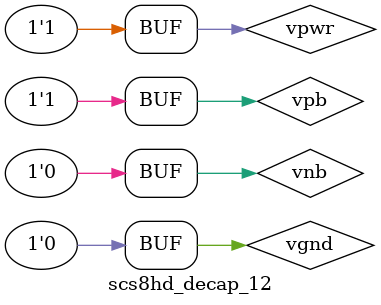
<source format=v>


`celldefine
`timescale 1ns / 1ps



module scs8hd_decap_12  (

`ifdef SC_USE_PG_PIN
input vpwr,
input vgnd,
input vpb,
input vnb
`endif

);

`ifdef functional
`else
`ifdef SC_USE_PG_PIN
`else
supply1 vpwr;
supply0 vgnd;
supply1 vpb;
supply0 vnb;
`endif
`endif


endmodule
`endcelldefine

</source>
